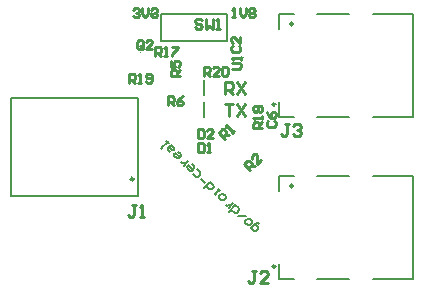
<source format=gto>
G04*
G04 #@! TF.GenerationSoftware,Altium Limited,Altium Designer,20.1.14 (287)*
G04*
G04 Layer_Color=65535*
%FSLAX25Y25*%
%MOIN*%
G70*
G04*
G04 #@! TF.SameCoordinates,3A9065B2-305A-42DB-86BC-D4C8425A37C0*
G04*
G04*
G04 #@! TF.FilePolarity,Positive*
G04*
G01*
G75*
%ADD10C,0.00394*%
%ADD11C,0.00984*%
%ADD12C,0.00787*%
%ADD13C,0.00500*%
%ADD14C,0.01000*%
%ADD15C,0.00700*%
D10*
X15964Y79261D02*
G03*
X15964Y79261I-197J0D01*
G01*
X50516Y77624D02*
G03*
X50516Y77624I-197J0D01*
G01*
D11*
X60820Y7894D02*
G03*
X60820Y7894I-449J0D01*
G01*
X66725Y34665D02*
G03*
X66725Y34665I-449J0D01*
G01*
X13527Y36968D02*
G03*
X13527Y36968I-449J0D01*
G01*
X20134Y91918D02*
G03*
X20134Y91918I-394J0D01*
G01*
X66714Y88704D02*
G03*
X66714Y88704I-449J0D01*
G01*
X60809Y61933D02*
G03*
X60809Y61933I-449J0D01*
G01*
D12*
X62064Y33041D02*
Y38041D01*
X93363D02*
X106788Y38041D01*
X74741Y38041D02*
X85528D01*
X62064D02*
X66946D01*
X106788Y3632D02*
Y38041D01*
X62064Y3632D02*
X66946D01*
X74741D02*
X85528D01*
X93363D02*
X106788Y3632D01*
X62064Y3632D02*
Y8632D01*
X-27178Y31406D02*
X15145Y31406D01*
Y63887D01*
X-27178Y63887D02*
X15145Y63887D01*
X-27178Y31406D02*
Y63887D01*
X62053Y57671D02*
Y62671D01*
X93352Y57671D02*
X106777Y57671D01*
X74730Y57671D02*
X85517D01*
X62053D02*
X66935D01*
X106777D02*
Y92080D01*
X62053D02*
X66935D01*
X74730D02*
X85517D01*
X93352D02*
X106777Y92080D01*
X62053Y87081D02*
Y92080D01*
D13*
X44779Y83039D02*
Y92134D01*
X22732D02*
X44779D01*
X22732Y83039D02*
Y92134D01*
Y83039D02*
X44779D01*
X36951Y64891D02*
Y69891D01*
X37079Y57631D02*
Y62631D01*
D14*
X46467Y90837D02*
X47466D01*
X46966D01*
Y93836D01*
X46467Y93336D01*
X48966Y93836D02*
Y91837D01*
X49965Y90837D01*
X50965Y91837D01*
Y93836D01*
X51965Y93336D02*
X52465Y93836D01*
X53464D01*
X53964Y93336D01*
Y92837D01*
X53464Y92337D01*
X53964Y91837D01*
Y91337D01*
X53464Y90837D01*
X52465D01*
X51965Y91337D01*
Y91837D01*
X52465Y92337D01*
X51965Y92837D01*
Y93336D01*
X52465Y92337D02*
X53464D01*
X13454Y93336D02*
X13954Y93836D01*
X14954D01*
X15454Y93336D01*
Y92837D01*
X14954Y92337D01*
X14454D01*
X14954D01*
X15454Y91837D01*
Y91337D01*
X14954Y90837D01*
X13954D01*
X13454Y91337D01*
X16453Y93836D02*
Y91837D01*
X17453Y90837D01*
X18453Y91837D01*
Y93836D01*
X19452Y93336D02*
X19952Y93836D01*
X20952D01*
X21452Y93336D01*
Y92837D01*
X20952Y92337D01*
X20452D01*
X20952D01*
X21452Y91837D01*
Y91337D01*
X20952Y90837D01*
X19952D01*
X19452Y91337D01*
X44208Y65402D02*
Y69400D01*
X46207D01*
X46874Y68734D01*
Y67401D01*
X46207Y66734D01*
X44208D01*
X45541D02*
X46874Y65402D01*
X48206Y69400D02*
X50872Y65402D01*
Y69400D02*
X48206Y65402D01*
X44073Y62119D02*
X46739D01*
X45406D01*
Y58120D01*
X48072Y62119D02*
X50738Y58120D01*
Y62119D02*
X48072Y58120D01*
X37021Y71407D02*
Y74406D01*
X38521D01*
X39021Y73906D01*
Y72906D01*
X38521Y72406D01*
X37021D01*
X38021D02*
X39021Y71407D01*
X42020D02*
X40020D01*
X42020Y73406D01*
Y73906D01*
X41520Y74406D01*
X40520D01*
X40020Y73906D01*
X43019D02*
X43519Y74406D01*
X44519D01*
X45019Y73906D01*
Y71907D01*
X44519Y71407D01*
X43519D01*
X43019Y71907D01*
Y73906D01*
X12211Y69133D02*
Y72132D01*
X13710D01*
X14210Y71633D01*
Y70633D01*
X13710Y70133D01*
X12211D01*
X13211D02*
X14210Y69133D01*
X15210D02*
X16210D01*
X15710D01*
Y72132D01*
X15210Y71633D01*
X17709Y69633D02*
X18209Y69133D01*
X19209D01*
X19708Y69633D01*
Y71633D01*
X19209Y72132D01*
X18209D01*
X17709Y71633D01*
Y71133D01*
X18209Y70633D01*
X19708D01*
X56547Y53946D02*
X53548D01*
Y55445D01*
X54048Y55945D01*
X55048D01*
X55547Y55445D01*
Y53946D01*
Y54946D02*
X56547Y55945D01*
Y56945D02*
Y57945D01*
Y57445D01*
X53548D01*
X54048Y56945D01*
Y59444D02*
X53548Y59944D01*
Y60944D01*
X54048Y61444D01*
X54548D01*
X55048Y60944D01*
X55547Y61444D01*
X56047D01*
X56547Y60944D01*
Y59944D01*
X56047Y59444D01*
X55547D01*
X55048Y59944D01*
X54548Y59444D01*
X54048D01*
X55048Y59944D02*
Y60944D01*
X20875Y78017D02*
Y81016D01*
X22374D01*
X22874Y80516D01*
Y79516D01*
X22374Y79016D01*
X20875D01*
X21874D02*
X22874Y78017D01*
X23874D02*
X24873D01*
X24374D01*
Y81016D01*
X23874Y80516D01*
X26373Y81016D02*
X28372D01*
Y80516D01*
X26373Y78517D01*
Y78017D01*
X16870Y80733D02*
Y82732D01*
X16370Y83232D01*
X15371D01*
X14871Y82732D01*
Y80733D01*
X15371Y80233D01*
X16370D01*
X15870Y81233D02*
X16870Y80233D01*
X16370D02*
X16870Y80733D01*
X19869Y80233D02*
X17870D01*
X19869Y82232D01*
Y82732D01*
X19369Y83232D01*
X18370D01*
X17870Y82732D01*
X54262Y6464D02*
X52929D01*
X53596D01*
Y3132D01*
X52929Y2465D01*
X52263D01*
X51596Y3132D01*
X58261Y2465D02*
X55595D01*
X58261Y5131D01*
Y5798D01*
X57594Y6464D01*
X56261D01*
X55595Y5798D01*
X24947Y61626D02*
Y64626D01*
X26446D01*
X26946Y64126D01*
Y63126D01*
X26446Y62626D01*
X24947D01*
X25946D02*
X26946Y61626D01*
X29945Y64626D02*
X28945Y64126D01*
X27946Y63126D01*
Y62126D01*
X28445Y61626D01*
X29445D01*
X29945Y62126D01*
Y62626D01*
X29445Y63126D01*
X27946D01*
X28953Y71456D02*
X25954D01*
Y72956D01*
X26454Y73456D01*
X27453D01*
X27953Y72956D01*
Y71456D01*
Y72456D02*
X28953Y73456D01*
X25954Y76455D02*
Y74455D01*
X27453D01*
X26954Y75455D01*
Y75955D01*
X27453Y76455D01*
X28453D01*
X28953Y75955D01*
Y74955D01*
X28453Y74455D01*
X52547Y39930D02*
X50427Y42051D01*
X51487Y43111D01*
X52194Y43111D01*
X52901Y42404D01*
X52901Y41697D01*
X51840Y40637D01*
X52547Y41344D02*
X53961Y41344D01*
X56082Y43465D02*
X54668Y42051D01*
Y44878D01*
X54315Y45232D01*
X53608Y45232D01*
X52901Y44525D01*
Y43818D01*
X44130Y50317D02*
X42009Y52437D01*
X43070Y53498D01*
X43777Y53498D01*
X44484Y52791D01*
X44484Y52084D01*
X43423Y51024D01*
X44130Y51731D02*
X45544Y51731D01*
X46251Y52437D02*
X46958Y53144D01*
X46604Y52791D01*
X44484Y54912D01*
Y54205D01*
X65520Y55410D02*
X64187D01*
X64854D01*
Y52078D01*
X64187Y51412D01*
X63521D01*
X62854Y52078D01*
X66853Y54744D02*
X67519Y55410D01*
X68852D01*
X69519Y54744D01*
Y54078D01*
X68852Y53411D01*
X68186D01*
X68852D01*
X69519Y52745D01*
Y52078D01*
X68852Y51412D01*
X67519D01*
X66853Y52078D01*
X14340Y28283D02*
X13007D01*
X13674D01*
Y24951D01*
X13007Y24284D01*
X12341D01*
X11674Y24951D01*
X15673Y24284D02*
X17006D01*
X16340D01*
Y28283D01*
X15673Y27617D01*
X46289Y73752D02*
X48788D01*
X49288Y74252D01*
Y75251D01*
X48788Y75751D01*
X46289D01*
X49288Y76751D02*
Y77750D01*
Y77251D01*
X46289D01*
X46789Y76751D01*
X36414Y89855D02*
X35831Y90438D01*
X34665D01*
X34081Y89855D01*
Y89272D01*
X34665Y88689D01*
X35831D01*
X36414Y88106D01*
Y87523D01*
X35831Y86940D01*
X34665D01*
X34081Y87523D01*
X37580Y90438D02*
Y86940D01*
X38747Y88106D01*
X39913Y86940D01*
Y90438D01*
X41079Y86940D02*
X42245D01*
X41662D01*
Y90438D01*
X41079Y89855D01*
X35024Y53590D02*
Y50591D01*
X36523D01*
X37023Y51091D01*
Y53090D01*
X36523Y53590D01*
X35024D01*
X40022Y50591D02*
X38023D01*
X40022Y52590D01*
Y53090D01*
X39522Y53590D01*
X38523D01*
X38023Y53090D01*
X35135Y48856D02*
Y45857D01*
X36635D01*
X37135Y46357D01*
Y48356D01*
X36635Y48856D01*
X35135D01*
X38134Y45857D02*
X39134D01*
X38634D01*
Y48856D01*
X38134Y48356D01*
X58399Y56335D02*
X57899Y55835D01*
Y54835D01*
X58399Y54336D01*
X60398D01*
X60898Y54835D01*
Y55835D01*
X60398Y56335D01*
X57899Y59334D02*
X58399Y58334D01*
X59398Y57335D01*
X60398D01*
X60898Y57835D01*
Y58834D01*
X60398Y59334D01*
X59898D01*
X59398Y58834D01*
Y57335D01*
X46685Y81415D02*
X46185Y80915D01*
Y79915D01*
X46685Y79416D01*
X48684D01*
X49184Y79915D01*
Y80915D01*
X48684Y81415D01*
X49184Y84414D02*
Y82415D01*
X47185Y84414D01*
X46685D01*
X46185Y83914D01*
Y82915D01*
X46685Y82415D01*
D15*
X55493Y22122D02*
X55128Y22464D01*
X54422Y22441D01*
X52712Y20618D01*
X53806Y19593D01*
X54513Y19615D01*
X55196Y20345D01*
X55174Y21051D01*
X54080Y22077D01*
X52986Y23102D02*
X52256Y23786D01*
X51550Y23763D01*
X50866Y23034D01*
X50889Y22327D01*
X51618Y21644D01*
X52325Y21666D01*
X53009Y22396D01*
X52986Y23102D01*
X51162Y24812D02*
X48336Y24720D01*
X45465Y26042D02*
X47516Y28230D01*
X48610Y27204D01*
X48632Y26498D01*
X47949Y25769D01*
X47242Y25746D01*
X46148Y26771D01*
X45419Y27455D02*
X46786Y28914D01*
X46103Y28184D01*
X45396Y28161D01*
X44690Y28139D01*
X44325Y28480D01*
X44234Y31306D02*
X43504Y31990D01*
X42798Y31967D01*
X42114Y31238D01*
X42137Y30532D01*
X42866Y29848D01*
X43573Y29871D01*
X44256Y30600D01*
X44234Y31306D01*
X42410Y33016D02*
X41681Y33699D01*
X42046Y33358D01*
X40678Y31899D01*
X41043Y31557D01*
X37077Y33904D02*
X39128Y36092D01*
X40222Y35067D01*
X40245Y34360D01*
X39562Y33631D01*
X38855Y33608D01*
X37761Y34634D01*
X37374Y35682D02*
X35915Y37049D01*
X33385Y38736D02*
X34479Y37710D01*
X35186Y37733D01*
X35869Y38462D01*
X35846Y39169D01*
X34752Y40194D01*
X32929Y41904D02*
X33658Y41220D01*
X33681Y40514D01*
X32998Y39784D01*
X32291Y39761D01*
X31562Y40445D01*
X31539Y41151D01*
X31881Y41516D01*
X33339Y40149D01*
X30468Y41471D02*
X31835Y42929D01*
X31151Y42200D01*
X30445Y42177D01*
X29738Y42154D01*
X29374Y42496D01*
X28553Y46006D02*
X29282Y45322D01*
X29305Y44616D01*
X28622Y43886D01*
X27915Y43863D01*
X27186Y44547D01*
X27163Y45254D01*
X27505Y45618D01*
X28963Y44251D01*
X25727Y45915D02*
X24998Y46598D01*
X24975Y47305D01*
X26000Y48399D01*
X27094Y47373D01*
X27117Y46667D01*
X26411Y46644D01*
X25317Y47669D01*
X25271Y49082D02*
X24542Y49766D01*
X24906Y49424D01*
X22855Y47236D01*
X23220Y46894D01*
M02*

</source>
